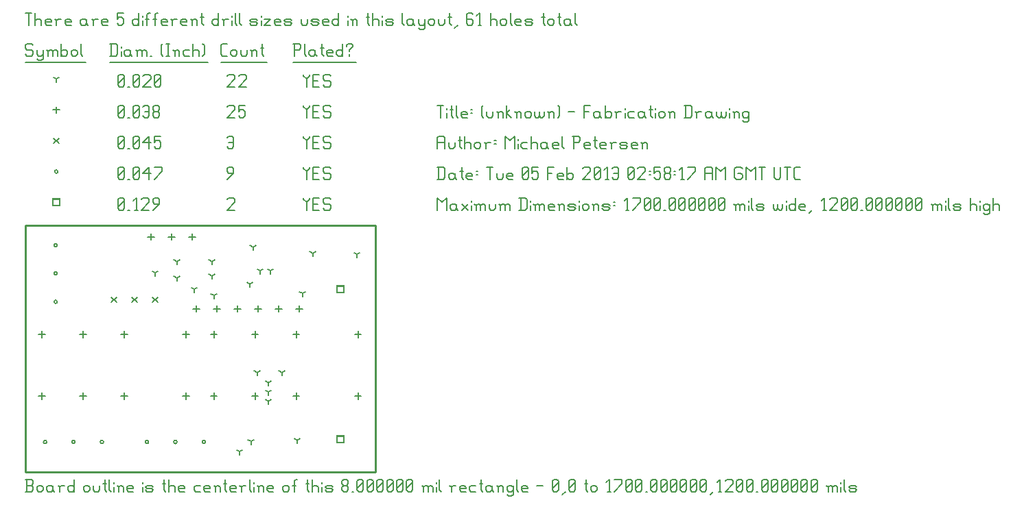
<source format=gbr>
G04 start of page 11 for group -3984 idx -3984 *
G04 Title: (unknown), fab *
G04 Creator: pcb 20110918 *
G04 CreationDate: Tue 05 Feb 2013 02:58:17 AM GMT UTC *
G04 For: railfan *
G04 Format: Gerber/RS-274X *
G04 PCB-Dimensions: 170000 120000 *
G04 PCB-Coordinate-Origin: lower left *
%MOIN*%
%FSLAX25Y25*%
%LNFAB*%
%ADD75C,0.0100*%
%ADD74C,0.0060*%
%ADD73R,0.0080X0.0080*%
G54D73*X151400Y17600D02*X154600D01*
X151400D02*Y14400D01*
X154600D01*
Y17600D02*Y14400D01*
X151400Y90600D02*X154600D01*
X151400D02*Y87400D01*
X154600D01*
Y90600D02*Y87400D01*
X13400Y132850D02*X16600D01*
X13400D02*Y129650D01*
X16600D01*
Y132850D02*Y129650D01*
G54D74*X135000Y133500D02*Y132750D01*
X136500Y131250D01*
X138000Y132750D01*
Y133500D02*Y132750D01*
X136500Y131250D02*Y127500D01*
X139800Y130500D02*X142050D01*
X139800Y127500D02*X142800D01*
X139800Y133500D02*Y127500D01*
Y133500D02*X142800D01*
X147600D02*X148350Y132750D01*
X145350Y133500D02*X147600D01*
X144600Y132750D02*X145350Y133500D01*
X144600Y132750D02*Y131250D01*
X145350Y130500D01*
X147600D01*
X148350Y129750D01*
Y128250D01*
X147600Y127500D02*X148350Y128250D01*
X145350Y127500D02*X147600D01*
X144600Y128250D02*X145350Y127500D01*
X98000Y132750D02*X98750Y133500D01*
X101000D01*
X101750Y132750D01*
Y131250D01*
X98000Y127500D02*X101750Y131250D01*
X98000Y127500D02*X101750D01*
X45000Y128250D02*X45750Y127500D01*
X45000Y132750D02*Y128250D01*
Y132750D02*X45750Y133500D01*
X47250D01*
X48000Y132750D01*
Y128250D01*
X47250Y127500D02*X48000Y128250D01*
X45750Y127500D02*X47250D01*
X45000Y129000D02*X48000Y132000D01*
X49800Y127500D02*X50550D01*
X53100D02*X54600D01*
X53850Y133500D02*Y127500D01*
X52350Y132000D02*X53850Y133500D01*
X56400Y132750D02*X57150Y133500D01*
X59400D01*
X60150Y132750D01*
Y131250D01*
X56400Y127500D02*X60150Y131250D01*
X56400Y127500D02*X60150D01*
X61950D02*X64950Y130500D01*
Y132750D02*Y130500D01*
X64200Y133500D02*X64950Y132750D01*
X62700Y133500D02*X64200D01*
X61950Y132750D02*X62700Y133500D01*
X61950Y132750D02*Y131250D01*
X62700Y130500D01*
X64950D01*
X58255Y14673D02*G75*G03X59855Y14673I800J0D01*G01*
G75*G03X58255Y14673I-800J0D01*G01*
X72035D02*G75*G03X73635Y14673I800J0D01*G01*
G75*G03X72035Y14673I-800J0D01*G01*
X85814D02*G75*G03X87414Y14673I800J0D01*G01*
G75*G03X85814Y14673I-800J0D01*G01*
X13873Y110445D02*G75*G03X15473Y110445I800J0D01*G01*
G75*G03X13873Y110445I-800J0D01*G01*
Y96665D02*G75*G03X15473Y96665I800J0D01*G01*
G75*G03X13873Y96665I-800J0D01*G01*
Y82886D02*G75*G03X15473Y82886I800J0D01*G01*
G75*G03X13873Y82886I-800J0D01*G01*
X8755Y14673D02*G75*G03X10355Y14673I800J0D01*G01*
G75*G03X8755Y14673I-800J0D01*G01*
X22535D02*G75*G03X24135Y14673I800J0D01*G01*
G75*G03X22535Y14673I-800J0D01*G01*
X36314D02*G75*G03X37914Y14673I800J0D01*G01*
G75*G03X36314Y14673I-800J0D01*G01*
X14200Y146250D02*G75*G03X15800Y146250I800J0D01*G01*
G75*G03X14200Y146250I-800J0D01*G01*
X135000Y148500D02*Y147750D01*
X136500Y146250D01*
X138000Y147750D01*
Y148500D02*Y147750D01*
X136500Y146250D02*Y142500D01*
X139800Y145500D02*X142050D01*
X139800Y142500D02*X142800D01*
X139800Y148500D02*Y142500D01*
Y148500D02*X142800D01*
X147600D02*X148350Y147750D01*
X145350Y148500D02*X147600D01*
X144600Y147750D02*X145350Y148500D01*
X144600Y147750D02*Y146250D01*
X145350Y145500D01*
X147600D01*
X148350Y144750D01*
Y143250D01*
X147600Y142500D02*X148350Y143250D01*
X145350Y142500D02*X147600D01*
X144600Y143250D02*X145350Y142500D01*
X98000D02*X101000Y145500D01*
Y147750D02*Y145500D01*
X100250Y148500D02*X101000Y147750D01*
X98750Y148500D02*X100250D01*
X98000Y147750D02*X98750Y148500D01*
X98000Y147750D02*Y146250D01*
X98750Y145500D01*
X101000D01*
X45000Y143250D02*X45750Y142500D01*
X45000Y147750D02*Y143250D01*
Y147750D02*X45750Y148500D01*
X47250D01*
X48000Y147750D01*
Y143250D01*
X47250Y142500D02*X48000Y143250D01*
X45750Y142500D02*X47250D01*
X45000Y144000D02*X48000Y147000D01*
X49800Y142500D02*X50550D01*
X52350Y143250D02*X53100Y142500D01*
X52350Y147750D02*Y143250D01*
Y147750D02*X53100Y148500D01*
X54600D01*
X55350Y147750D01*
Y143250D01*
X54600Y142500D02*X55350Y143250D01*
X53100Y142500D02*X54600D01*
X52350Y144000D02*X55350Y147000D01*
X57150Y145500D02*X60150Y148500D01*
X57150Y145500D02*X60900D01*
X60150Y148500D02*Y142500D01*
X62700D02*X66450Y146250D01*
Y148500D02*Y146250D01*
X62700Y148500D02*X66450D01*
X61800Y85200D02*X64200Y82800D01*
X61800D02*X64200Y85200D01*
X51800D02*X54200Y82800D01*
X51800D02*X54200Y85200D01*
X41800D02*X44200Y82800D01*
X41800D02*X44200Y85200D01*
X13800Y162450D02*X16200Y160050D01*
X13800D02*X16200Y162450D01*
X135000Y163500D02*Y162750D01*
X136500Y161250D01*
X138000Y162750D01*
Y163500D02*Y162750D01*
X136500Y161250D02*Y157500D01*
X139800Y160500D02*X142050D01*
X139800Y157500D02*X142800D01*
X139800Y163500D02*Y157500D01*
Y163500D02*X142800D01*
X147600D02*X148350Y162750D01*
X145350Y163500D02*X147600D01*
X144600Y162750D02*X145350Y163500D01*
X144600Y162750D02*Y161250D01*
X145350Y160500D01*
X147600D01*
X148350Y159750D01*
Y158250D01*
X147600Y157500D02*X148350Y158250D01*
X145350Y157500D02*X147600D01*
X144600Y158250D02*X145350Y157500D01*
X98000Y162750D02*X98750Y163500D01*
X100250D01*
X101000Y162750D01*
Y158250D01*
X100250Y157500D02*X101000Y158250D01*
X98750Y157500D02*X100250D01*
X98000Y158250D02*X98750Y157500D01*
Y160500D02*X101000D01*
X45000Y158250D02*X45750Y157500D01*
X45000Y162750D02*Y158250D01*
Y162750D02*X45750Y163500D01*
X47250D01*
X48000Y162750D01*
Y158250D01*
X47250Y157500D02*X48000Y158250D01*
X45750Y157500D02*X47250D01*
X45000Y159000D02*X48000Y162000D01*
X49800Y157500D02*X50550D01*
X52350Y158250D02*X53100Y157500D01*
X52350Y162750D02*Y158250D01*
Y162750D02*X53100Y163500D01*
X54600D01*
X55350Y162750D01*
Y158250D01*
X54600Y157500D02*X55350Y158250D01*
X53100Y157500D02*X54600D01*
X52350Y159000D02*X55350Y162000D01*
X57150Y160500D02*X60150Y163500D01*
X57150Y160500D02*X60900D01*
X60150Y163500D02*Y157500D01*
X62700Y163500D02*X65700D01*
X62700D02*Y160500D01*
X63450Y161250D01*
X64950D01*
X65700Y160500D01*
Y158250D01*
X64950Y157500D02*X65700Y158250D01*
X63450Y157500D02*X64950D01*
X62700Y158250D02*X63450Y157500D01*
X61000Y116100D02*Y112900D01*
X59400Y114500D02*X62600D01*
X71000Y116100D02*Y112900D01*
X69400Y114500D02*X72600D01*
X81000Y116100D02*Y112900D01*
X79400Y114500D02*X82600D01*
X133000Y81100D02*Y77900D01*
X131400Y79500D02*X134600D01*
X123000Y81100D02*Y77900D01*
X121400Y79500D02*X124600D01*
X113000Y81100D02*Y77900D01*
X111400Y79500D02*X114600D01*
X103000Y81100D02*Y77900D01*
X101400Y79500D02*X104600D01*
X93000Y81100D02*Y77900D01*
X91400Y79500D02*X94600D01*
X83000Y81100D02*Y77900D01*
X81400Y79500D02*X84600D01*
X161500Y68600D02*Y65400D01*
X159900Y67000D02*X163100D01*
X131500Y68600D02*Y65400D01*
X129900Y67000D02*X133100D01*
X111500Y68600D02*Y65400D01*
X109900Y67000D02*X113100D01*
X91500Y68600D02*Y65400D01*
X89900Y67000D02*X93100D01*
X91500Y38600D02*Y35400D01*
X89900Y37000D02*X93100D01*
X111500Y38600D02*Y35400D01*
X109900Y37000D02*X113100D01*
X131500Y38600D02*Y35400D01*
X129900Y37000D02*X133100D01*
X161500Y38600D02*Y35400D01*
X159900Y37000D02*X163100D01*
X78000Y68600D02*Y65400D01*
X76400Y67000D02*X79600D01*
X48000Y68600D02*Y65400D01*
X46400Y67000D02*X49600D01*
X28000Y68600D02*Y65400D01*
X26400Y67000D02*X29600D01*
X8000Y68600D02*Y65400D01*
X6400Y67000D02*X9600D01*
X8000Y38600D02*Y35400D01*
X6400Y37000D02*X9600D01*
X28000Y38600D02*Y35400D01*
X26400Y37000D02*X29600D01*
X48000Y38600D02*Y35400D01*
X46400Y37000D02*X49600D01*
X78000Y38600D02*Y35400D01*
X76400Y37000D02*X79600D01*
X15000Y177850D02*Y174650D01*
X13400Y176250D02*X16600D01*
X135000Y178500D02*Y177750D01*
X136500Y176250D01*
X138000Y177750D01*
Y178500D02*Y177750D01*
X136500Y176250D02*Y172500D01*
X139800Y175500D02*X142050D01*
X139800Y172500D02*X142800D01*
X139800Y178500D02*Y172500D01*
Y178500D02*X142800D01*
X147600D02*X148350Y177750D01*
X145350Y178500D02*X147600D01*
X144600Y177750D02*X145350Y178500D01*
X144600Y177750D02*Y176250D01*
X145350Y175500D01*
X147600D01*
X148350Y174750D01*
Y173250D01*
X147600Y172500D02*X148350Y173250D01*
X145350Y172500D02*X147600D01*
X144600Y173250D02*X145350Y172500D01*
X98000Y177750D02*X98750Y178500D01*
X101000D01*
X101750Y177750D01*
Y176250D01*
X98000Y172500D02*X101750Y176250D01*
X98000Y172500D02*X101750D01*
X103550Y178500D02*X106550D01*
X103550D02*Y175500D01*
X104300Y176250D01*
X105800D01*
X106550Y175500D01*
Y173250D01*
X105800Y172500D02*X106550Y173250D01*
X104300Y172500D02*X105800D01*
X103550Y173250D02*X104300Y172500D01*
X45000Y173250D02*X45750Y172500D01*
X45000Y177750D02*Y173250D01*
Y177750D02*X45750Y178500D01*
X47250D01*
X48000Y177750D01*
Y173250D01*
X47250Y172500D02*X48000Y173250D01*
X45750Y172500D02*X47250D01*
X45000Y174000D02*X48000Y177000D01*
X49800Y172500D02*X50550D01*
X52350Y173250D02*X53100Y172500D01*
X52350Y177750D02*Y173250D01*
Y177750D02*X53100Y178500D01*
X54600D01*
X55350Y177750D01*
Y173250D01*
X54600Y172500D02*X55350Y173250D01*
X53100Y172500D02*X54600D01*
X52350Y174000D02*X55350Y177000D01*
X57150Y177750D02*X57900Y178500D01*
X59400D01*
X60150Y177750D01*
Y173250D01*
X59400Y172500D02*X60150Y173250D01*
X57900Y172500D02*X59400D01*
X57150Y173250D02*X57900Y172500D01*
Y175500D02*X60150D01*
X61950Y173250D02*X62700Y172500D01*
X61950Y174750D02*Y173250D01*
Y174750D02*X62700Y175500D01*
X64200D01*
X64950Y174750D01*
Y173250D01*
X64200Y172500D02*X64950Y173250D01*
X62700Y172500D02*X64200D01*
X61950Y176250D02*X62700Y175500D01*
X61950Y177750D02*Y176250D01*
Y177750D02*X62700Y178500D01*
X64200D01*
X64950Y177750D01*
Y176250D01*
X64200Y175500D02*X64950Y176250D01*
X109000Y91500D02*Y89900D01*
Y91500D02*X110387Y92300D01*
X109000Y91500D02*X107613Y92300D01*
X73500Y94500D02*Y92900D01*
Y94500D02*X74887Y95300D01*
X73500Y94500D02*X72113Y95300D01*
X73500Y102500D02*Y100900D01*
Y102500D02*X74887Y103300D01*
X73500Y102500D02*X72113Y103300D01*
X90500Y95500D02*Y93900D01*
Y95500D02*X91887Y96300D01*
X90500Y95500D02*X89113Y96300D01*
X139500Y106500D02*Y104900D01*
Y106500D02*X140887Y107300D01*
X139500Y106500D02*X138113Y107300D01*
X110500Y109500D02*Y107900D01*
Y109500D02*X111887Y110300D01*
X110500Y109500D02*X109113Y110300D01*
X90500Y102500D02*Y100900D01*
Y102500D02*X91887Y103300D01*
X90500Y102500D02*X89113Y103300D01*
X119000Y98000D02*Y96400D01*
Y98000D02*X120387Y98800D01*
X119000Y98000D02*X117613Y98800D01*
X161000Y106000D02*Y104400D01*
Y106000D02*X162387Y106800D01*
X161000Y106000D02*X159613Y106800D01*
X114000Y98000D02*Y96400D01*
Y98000D02*X115387Y98800D01*
X114000Y98000D02*X112613Y98800D01*
X82000Y89000D02*Y87400D01*
Y89000D02*X83387Y89800D01*
X82000Y89000D02*X80613Y89800D01*
X134500Y87000D02*Y85400D01*
Y87000D02*X135887Y87800D01*
X134500Y87000D02*X133113Y87800D01*
X91500Y86000D02*Y84400D01*
Y86000D02*X92887Y86800D01*
X91500Y86000D02*X90113Y86800D01*
X63000Y97000D02*Y95400D01*
Y97000D02*X64387Y97800D01*
X63000Y97000D02*X61613Y97800D01*
X124500Y48500D02*Y46900D01*
Y48500D02*X125887Y49300D01*
X124500Y48500D02*X123113Y49300D01*
X104000Y10000D02*Y8400D01*
Y10000D02*X105387Y10800D01*
X104000Y10000D02*X102613Y10800D01*
X109500Y15000D02*Y13400D01*
Y15000D02*X110887Y15800D01*
X109500Y15000D02*X108113Y15800D01*
X132000Y15500D02*Y13900D01*
Y15500D02*X133387Y16300D01*
X132000Y15500D02*X130613Y16300D01*
X112500Y48500D02*Y46900D01*
Y48500D02*X113887Y49300D01*
X112500Y48500D02*X111113Y49300D01*
X118000Y34500D02*Y32900D01*
Y34500D02*X119387Y35300D01*
X118000Y34500D02*X116613Y35300D01*
X118000Y39000D02*Y37400D01*
Y39000D02*X119387Y39800D01*
X118000Y39000D02*X116613Y39800D01*
X118000Y43500D02*Y41900D01*
Y43500D02*X119387Y44300D01*
X118000Y43500D02*X116613Y44300D01*
X15000Y191250D02*Y189650D01*
Y191250D02*X16387Y192050D01*
X15000Y191250D02*X13613Y192050D01*
X135000Y193500D02*Y192750D01*
X136500Y191250D01*
X138000Y192750D01*
Y193500D02*Y192750D01*
X136500Y191250D02*Y187500D01*
X139800Y190500D02*X142050D01*
X139800Y187500D02*X142800D01*
X139800Y193500D02*Y187500D01*
Y193500D02*X142800D01*
X147600D02*X148350Y192750D01*
X145350Y193500D02*X147600D01*
X144600Y192750D02*X145350Y193500D01*
X144600Y192750D02*Y191250D01*
X145350Y190500D01*
X147600D01*
X148350Y189750D01*
Y188250D01*
X147600Y187500D02*X148350Y188250D01*
X145350Y187500D02*X147600D01*
X144600Y188250D02*X145350Y187500D01*
X98000Y192750D02*X98750Y193500D01*
X101000D01*
X101750Y192750D01*
Y191250D01*
X98000Y187500D02*X101750Y191250D01*
X98000Y187500D02*X101750D01*
X103550Y192750D02*X104300Y193500D01*
X106550D01*
X107300Y192750D01*
Y191250D01*
X103550Y187500D02*X107300Y191250D01*
X103550Y187500D02*X107300D01*
X45000Y188250D02*X45750Y187500D01*
X45000Y192750D02*Y188250D01*
Y192750D02*X45750Y193500D01*
X47250D01*
X48000Y192750D01*
Y188250D01*
X47250Y187500D02*X48000Y188250D01*
X45750Y187500D02*X47250D01*
X45000Y189000D02*X48000Y192000D01*
X49800Y187500D02*X50550D01*
X52350Y188250D02*X53100Y187500D01*
X52350Y192750D02*Y188250D01*
Y192750D02*X53100Y193500D01*
X54600D01*
X55350Y192750D01*
Y188250D01*
X54600Y187500D02*X55350Y188250D01*
X53100Y187500D02*X54600D01*
X52350Y189000D02*X55350Y192000D01*
X57150Y192750D02*X57900Y193500D01*
X60150D01*
X60900Y192750D01*
Y191250D01*
X57150Y187500D02*X60900Y191250D01*
X57150Y187500D02*X60900D01*
X62700Y188250D02*X63450Y187500D01*
X62700Y192750D02*Y188250D01*
Y192750D02*X63450Y193500D01*
X64950D01*
X65700Y192750D01*
Y188250D01*
X64950Y187500D02*X65700Y188250D01*
X63450Y187500D02*X64950D01*
X62700Y189000D02*X65700Y192000D01*
X3000Y208500D02*X3750Y207750D01*
X750Y208500D02*X3000D01*
X0Y207750D02*X750Y208500D01*
X0Y207750D02*Y206250D01*
X750Y205500D01*
X3000D01*
X3750Y204750D01*
Y203250D01*
X3000Y202500D02*X3750Y203250D01*
X750Y202500D02*X3000D01*
X0Y203250D02*X750Y202500D01*
X5550Y205500D02*Y203250D01*
X6300Y202500D01*
X8550Y205500D02*Y201000D01*
X7800Y200250D02*X8550Y201000D01*
X6300Y200250D02*X7800D01*
X5550Y201000D02*X6300Y200250D01*
Y202500D02*X7800D01*
X8550Y203250D01*
X11100Y204750D02*Y202500D01*
Y204750D02*X11850Y205500D01*
X12600D01*
X13350Y204750D01*
Y202500D01*
Y204750D02*X14100Y205500D01*
X14850D01*
X15600Y204750D01*
Y202500D01*
X10350Y205500D02*X11100Y204750D01*
X17400Y208500D02*Y202500D01*
Y203250D02*X18150Y202500D01*
X19650D01*
X20400Y203250D01*
Y204750D02*Y203250D01*
X19650Y205500D02*X20400Y204750D01*
X18150Y205500D02*X19650D01*
X17400Y204750D02*X18150Y205500D01*
X22200Y204750D02*Y203250D01*
Y204750D02*X22950Y205500D01*
X24450D01*
X25200Y204750D01*
Y203250D01*
X24450Y202500D02*X25200Y203250D01*
X22950Y202500D02*X24450D01*
X22200Y203250D02*X22950Y202500D01*
X27000Y208500D02*Y203250D01*
X27750Y202500D01*
X0Y199250D02*X29250D01*
X41750Y208500D02*Y202500D01*
X44000Y208500D02*X44750Y207750D01*
Y203250D01*
X44000Y202500D02*X44750Y203250D01*
X41000Y202500D02*X44000D01*
X41000Y208500D02*X44000D01*
X46550Y207000D02*Y206250D01*
Y204750D02*Y202500D01*
X50300Y205500D02*X51050Y204750D01*
X48800Y205500D02*X50300D01*
X48050Y204750D02*X48800Y205500D01*
X48050Y204750D02*Y203250D01*
X48800Y202500D01*
X51050Y205500D02*Y203250D01*
X51800Y202500D01*
X48800D02*X50300D01*
X51050Y203250D01*
X54350Y204750D02*Y202500D01*
Y204750D02*X55100Y205500D01*
X55850D01*
X56600Y204750D01*
Y202500D01*
Y204750D02*X57350Y205500D01*
X58100D01*
X58850Y204750D01*
Y202500D01*
X53600Y205500D02*X54350Y204750D01*
X60650Y202500D02*X61400D01*
X65900Y203250D02*X66650Y202500D01*
X65900Y207750D02*X66650Y208500D01*
X65900Y207750D02*Y203250D01*
X68450Y208500D02*X69950D01*
X69200D02*Y202500D01*
X68450D02*X69950D01*
X72500Y204750D02*Y202500D01*
Y204750D02*X73250Y205500D01*
X74000D01*
X74750Y204750D01*
Y202500D01*
X71750Y205500D02*X72500Y204750D01*
X77300Y205500D02*X79550D01*
X76550Y204750D02*X77300Y205500D01*
X76550Y204750D02*Y203250D01*
X77300Y202500D01*
X79550D01*
X81350Y208500D02*Y202500D01*
Y204750D02*X82100Y205500D01*
X83600D01*
X84350Y204750D01*
Y202500D01*
X86150Y208500D02*X86900Y207750D01*
Y203250D01*
X86150Y202500D02*X86900Y203250D01*
X41000Y199250D02*X88700D01*
X95750Y202500D02*X98000D01*
X95000Y203250D02*X95750Y202500D01*
X95000Y207750D02*Y203250D01*
Y207750D02*X95750Y208500D01*
X98000D01*
X99800Y204750D02*Y203250D01*
Y204750D02*X100550Y205500D01*
X102050D01*
X102800Y204750D01*
Y203250D01*
X102050Y202500D02*X102800Y203250D01*
X100550Y202500D02*X102050D01*
X99800Y203250D02*X100550Y202500D01*
X104600Y205500D02*Y203250D01*
X105350Y202500D01*
X106850D01*
X107600Y203250D01*
Y205500D02*Y203250D01*
X110150Y204750D02*Y202500D01*
Y204750D02*X110900Y205500D01*
X111650D01*
X112400Y204750D01*
Y202500D01*
X109400Y205500D02*X110150Y204750D01*
X114950Y208500D02*Y203250D01*
X115700Y202500D01*
X114200Y206250D02*X115700D01*
X95000Y199250D02*X117200D01*
X130750Y208500D02*Y202500D01*
X130000Y208500D02*X133000D01*
X133750Y207750D01*
Y206250D01*
X133000Y205500D02*X133750Y206250D01*
X130750Y205500D02*X133000D01*
X135550Y208500D02*Y203250D01*
X136300Y202500D01*
X140050Y205500D02*X140800Y204750D01*
X138550Y205500D02*X140050D01*
X137800Y204750D02*X138550Y205500D01*
X137800Y204750D02*Y203250D01*
X138550Y202500D01*
X140800Y205500D02*Y203250D01*
X141550Y202500D01*
X138550D02*X140050D01*
X140800Y203250D01*
X144100Y208500D02*Y203250D01*
X144850Y202500D01*
X143350Y206250D02*X144850D01*
X147100Y202500D02*X149350D01*
X146350Y203250D02*X147100Y202500D01*
X146350Y204750D02*Y203250D01*
Y204750D02*X147100Y205500D01*
X148600D01*
X149350Y204750D01*
X146350Y204000D02*X149350D01*
Y204750D02*Y204000D01*
X154150Y208500D02*Y202500D01*
X153400D02*X154150Y203250D01*
X151900Y202500D02*X153400D01*
X151150Y203250D02*X151900Y202500D01*
X151150Y204750D02*Y203250D01*
Y204750D02*X151900Y205500D01*
X153400D01*
X154150Y204750D01*
X157450Y205500D02*Y204750D01*
Y203250D02*Y202500D01*
X155950Y207750D02*Y207000D01*
Y207750D02*X156700Y208500D01*
X158200D01*
X158950Y207750D01*
Y207000D01*
X157450Y205500D02*X158950Y207000D01*
X130000Y199250D02*X160750D01*
X0Y223500D02*X3000D01*
X1500D02*Y217500D01*
X4800Y223500D02*Y217500D01*
Y219750D02*X5550Y220500D01*
X7050D01*
X7800Y219750D01*
Y217500D01*
X10350D02*X12600D01*
X9600Y218250D02*X10350Y217500D01*
X9600Y219750D02*Y218250D01*
Y219750D02*X10350Y220500D01*
X11850D01*
X12600Y219750D01*
X9600Y219000D02*X12600D01*
Y219750D02*Y219000D01*
X15150Y219750D02*Y217500D01*
Y219750D02*X15900Y220500D01*
X17400D01*
X14400D02*X15150Y219750D01*
X19950Y217500D02*X22200D01*
X19200Y218250D02*X19950Y217500D01*
X19200Y219750D02*Y218250D01*
Y219750D02*X19950Y220500D01*
X21450D01*
X22200Y219750D01*
X19200Y219000D02*X22200D01*
Y219750D02*Y219000D01*
X28950Y220500D02*X29700Y219750D01*
X27450Y220500D02*X28950D01*
X26700Y219750D02*X27450Y220500D01*
X26700Y219750D02*Y218250D01*
X27450Y217500D01*
X29700Y220500D02*Y218250D01*
X30450Y217500D01*
X27450D02*X28950D01*
X29700Y218250D01*
X33000Y219750D02*Y217500D01*
Y219750D02*X33750Y220500D01*
X35250D01*
X32250D02*X33000Y219750D01*
X37800Y217500D02*X40050D01*
X37050Y218250D02*X37800Y217500D01*
X37050Y219750D02*Y218250D01*
Y219750D02*X37800Y220500D01*
X39300D01*
X40050Y219750D01*
X37050Y219000D02*X40050D01*
Y219750D02*Y219000D01*
X44550Y223500D02*X47550D01*
X44550D02*Y220500D01*
X45300Y221250D01*
X46800D01*
X47550Y220500D01*
Y218250D01*
X46800Y217500D02*X47550Y218250D01*
X45300Y217500D02*X46800D01*
X44550Y218250D02*X45300Y217500D01*
X55050Y223500D02*Y217500D01*
X54300D02*X55050Y218250D01*
X52800Y217500D02*X54300D01*
X52050Y218250D02*X52800Y217500D01*
X52050Y219750D02*Y218250D01*
Y219750D02*X52800Y220500D01*
X54300D01*
X55050Y219750D01*
X56850Y222000D02*Y221250D01*
Y219750D02*Y217500D01*
X59100Y222750D02*Y217500D01*
Y222750D02*X59850Y223500D01*
X60600D01*
X58350Y220500D02*X59850D01*
X62850Y222750D02*Y217500D01*
Y222750D02*X63600Y223500D01*
X64350D01*
X62100Y220500D02*X63600D01*
X66600Y217500D02*X68850D01*
X65850Y218250D02*X66600Y217500D01*
X65850Y219750D02*Y218250D01*
Y219750D02*X66600Y220500D01*
X68100D01*
X68850Y219750D01*
X65850Y219000D02*X68850D01*
Y219750D02*Y219000D01*
X71400Y219750D02*Y217500D01*
Y219750D02*X72150Y220500D01*
X73650D01*
X70650D02*X71400Y219750D01*
X76200Y217500D02*X78450D01*
X75450Y218250D02*X76200Y217500D01*
X75450Y219750D02*Y218250D01*
Y219750D02*X76200Y220500D01*
X77700D01*
X78450Y219750D01*
X75450Y219000D02*X78450D01*
Y219750D02*Y219000D01*
X81000Y219750D02*Y217500D01*
Y219750D02*X81750Y220500D01*
X82500D01*
X83250Y219750D01*
Y217500D01*
X80250Y220500D02*X81000Y219750D01*
X85800Y223500D02*Y218250D01*
X86550Y217500D01*
X85050Y221250D02*X86550D01*
X93750Y223500D02*Y217500D01*
X93000D02*X93750Y218250D01*
X91500Y217500D02*X93000D01*
X90750Y218250D02*X91500Y217500D01*
X90750Y219750D02*Y218250D01*
Y219750D02*X91500Y220500D01*
X93000D01*
X93750Y219750D01*
X96300D02*Y217500D01*
Y219750D02*X97050Y220500D01*
X98550D01*
X95550D02*X96300Y219750D01*
X100350Y222000D02*Y221250D01*
Y219750D02*Y217500D01*
X101850Y223500D02*Y218250D01*
X102600Y217500D01*
X104100Y223500D02*Y218250D01*
X104850Y217500D01*
X109800D02*X112050D01*
X112800Y218250D01*
X112050Y219000D02*X112800Y218250D01*
X109800Y219000D02*X112050D01*
X109050Y219750D02*X109800Y219000D01*
X109050Y219750D02*X109800Y220500D01*
X112050D01*
X112800Y219750D01*
X109050Y218250D02*X109800Y217500D01*
X114600Y222000D02*Y221250D01*
Y219750D02*Y217500D01*
X116100Y220500D02*X119100D01*
X116100Y217500D02*X119100Y220500D01*
X116100Y217500D02*X119100D01*
X121650D02*X123900D01*
X120900Y218250D02*X121650Y217500D01*
X120900Y219750D02*Y218250D01*
Y219750D02*X121650Y220500D01*
X123150D01*
X123900Y219750D01*
X120900Y219000D02*X123900D01*
Y219750D02*Y219000D01*
X126450Y217500D02*X128700D01*
X129450Y218250D01*
X128700Y219000D02*X129450Y218250D01*
X126450Y219000D02*X128700D01*
X125700Y219750D02*X126450Y219000D01*
X125700Y219750D02*X126450Y220500D01*
X128700D01*
X129450Y219750D01*
X125700Y218250D02*X126450Y217500D01*
X133950Y220500D02*Y218250D01*
X134700Y217500D01*
X136200D01*
X136950Y218250D01*
Y220500D02*Y218250D01*
X139500Y217500D02*X141750D01*
X142500Y218250D01*
X141750Y219000D02*X142500Y218250D01*
X139500Y219000D02*X141750D01*
X138750Y219750D02*X139500Y219000D01*
X138750Y219750D02*X139500Y220500D01*
X141750D01*
X142500Y219750D01*
X138750Y218250D02*X139500Y217500D01*
X145050D02*X147300D01*
X144300Y218250D02*X145050Y217500D01*
X144300Y219750D02*Y218250D01*
Y219750D02*X145050Y220500D01*
X146550D01*
X147300Y219750D01*
X144300Y219000D02*X147300D01*
Y219750D02*Y219000D01*
X152100Y223500D02*Y217500D01*
X151350D02*X152100Y218250D01*
X149850Y217500D02*X151350D01*
X149100Y218250D02*X149850Y217500D01*
X149100Y219750D02*Y218250D01*
Y219750D02*X149850Y220500D01*
X151350D01*
X152100Y219750D01*
X156600Y222000D02*Y221250D01*
Y219750D02*Y217500D01*
X158850Y219750D02*Y217500D01*
Y219750D02*X159600Y220500D01*
X160350D01*
X161100Y219750D01*
Y217500D01*
X158100Y220500D02*X158850Y219750D01*
X166350Y223500D02*Y218250D01*
X167100Y217500D01*
X165600Y221250D02*X167100D01*
X168600Y223500D02*Y217500D01*
Y219750D02*X169350Y220500D01*
X170850D01*
X171600Y219750D01*
Y217500D01*
X173400Y222000D02*Y221250D01*
Y219750D02*Y217500D01*
X175650D02*X177900D01*
X178650Y218250D01*
X177900Y219000D02*X178650Y218250D01*
X175650Y219000D02*X177900D01*
X174900Y219750D02*X175650Y219000D01*
X174900Y219750D02*X175650Y220500D01*
X177900D01*
X178650Y219750D01*
X174900Y218250D02*X175650Y217500D01*
X183150Y223500D02*Y218250D01*
X183900Y217500D01*
X187650Y220500D02*X188400Y219750D01*
X186150Y220500D02*X187650D01*
X185400Y219750D02*X186150Y220500D01*
X185400Y219750D02*Y218250D01*
X186150Y217500D01*
X188400Y220500D02*Y218250D01*
X189150Y217500D01*
X186150D02*X187650D01*
X188400Y218250D01*
X190950Y220500D02*Y218250D01*
X191700Y217500D01*
X193950Y220500D02*Y216000D01*
X193200Y215250D02*X193950Y216000D01*
X191700Y215250D02*X193200D01*
X190950Y216000D02*X191700Y215250D01*
Y217500D02*X193200D01*
X193950Y218250D01*
X195750Y219750D02*Y218250D01*
Y219750D02*X196500Y220500D01*
X198000D01*
X198750Y219750D01*
Y218250D01*
X198000Y217500D02*X198750Y218250D01*
X196500Y217500D02*X198000D01*
X195750Y218250D02*X196500Y217500D01*
X200550Y220500D02*Y218250D01*
X201300Y217500D01*
X202800D01*
X203550Y218250D01*
Y220500D02*Y218250D01*
X206100Y223500D02*Y218250D01*
X206850Y217500D01*
X205350Y221250D02*X206850D01*
X208350Y216000D02*X209850Y217500D01*
X216600Y223500D02*X217350Y222750D01*
X215100Y223500D02*X216600D01*
X214350Y222750D02*X215100Y223500D01*
X214350Y222750D02*Y218250D01*
X215100Y217500D01*
X216600Y220500D02*X217350Y219750D01*
X214350Y220500D02*X216600D01*
X215100Y217500D02*X216600D01*
X217350Y218250D01*
Y219750D02*Y218250D01*
X219900Y217500D02*X221400D01*
X220650Y223500D02*Y217500D01*
X219150Y222000D02*X220650Y223500D01*
X225900D02*Y217500D01*
Y219750D02*X226650Y220500D01*
X228150D01*
X228900Y219750D01*
Y217500D01*
X230700Y219750D02*Y218250D01*
Y219750D02*X231450Y220500D01*
X232950D01*
X233700Y219750D01*
Y218250D01*
X232950Y217500D02*X233700Y218250D01*
X231450Y217500D02*X232950D01*
X230700Y218250D02*X231450Y217500D01*
X235500Y223500D02*Y218250D01*
X236250Y217500D01*
X238500D02*X240750D01*
X237750Y218250D02*X238500Y217500D01*
X237750Y219750D02*Y218250D01*
Y219750D02*X238500Y220500D01*
X240000D01*
X240750Y219750D01*
X237750Y219000D02*X240750D01*
Y219750D02*Y219000D01*
X243300Y217500D02*X245550D01*
X246300Y218250D01*
X245550Y219000D02*X246300Y218250D01*
X243300Y219000D02*X245550D01*
X242550Y219750D02*X243300Y219000D01*
X242550Y219750D02*X243300Y220500D01*
X245550D01*
X246300Y219750D01*
X242550Y218250D02*X243300Y217500D01*
X251550Y223500D02*Y218250D01*
X252300Y217500D01*
X250800Y221250D02*X252300D01*
X253800Y219750D02*Y218250D01*
Y219750D02*X254550Y220500D01*
X256050D01*
X256800Y219750D01*
Y218250D01*
X256050Y217500D02*X256800Y218250D01*
X254550Y217500D02*X256050D01*
X253800Y218250D02*X254550Y217500D01*
X259350Y223500D02*Y218250D01*
X260100Y217500D01*
X258600Y221250D02*X260100D01*
X263850Y220500D02*X264600Y219750D01*
X262350Y220500D02*X263850D01*
X261600Y219750D02*X262350Y220500D01*
X261600Y219750D02*Y218250D01*
X262350Y217500D01*
X264600Y220500D02*Y218250D01*
X265350Y217500D01*
X262350D02*X263850D01*
X264600Y218250D01*
X267150Y223500D02*Y218250D01*
X267900Y217500D01*
G54D75*X0Y120000D02*X170000D01*
X0D02*Y0D01*
X170000Y120000D02*Y0D01*
X0D02*X170000D01*
G54D74*X200000Y133500D02*Y127500D01*
Y133500D02*X202250Y131250D01*
X204500Y133500D01*
Y127500D01*
X208550Y130500D02*X209300Y129750D01*
X207050Y130500D02*X208550D01*
X206300Y129750D02*X207050Y130500D01*
X206300Y129750D02*Y128250D01*
X207050Y127500D01*
X209300Y130500D02*Y128250D01*
X210050Y127500D01*
X207050D02*X208550D01*
X209300Y128250D01*
X211850Y130500D02*X214850Y127500D01*
X211850D02*X214850Y130500D01*
X216650Y132000D02*Y131250D01*
Y129750D02*Y127500D01*
X218900Y129750D02*Y127500D01*
Y129750D02*X219650Y130500D01*
X220400D01*
X221150Y129750D01*
Y127500D01*
Y129750D02*X221900Y130500D01*
X222650D01*
X223400Y129750D01*
Y127500D01*
X218150Y130500D02*X218900Y129750D01*
X225200Y130500D02*Y128250D01*
X225950Y127500D01*
X227450D01*
X228200Y128250D01*
Y130500D02*Y128250D01*
X230750Y129750D02*Y127500D01*
Y129750D02*X231500Y130500D01*
X232250D01*
X233000Y129750D01*
Y127500D01*
Y129750D02*X233750Y130500D01*
X234500D01*
X235250Y129750D01*
Y127500D01*
X230000Y130500D02*X230750Y129750D01*
X240500Y133500D02*Y127500D01*
X242750Y133500D02*X243500Y132750D01*
Y128250D01*
X242750Y127500D02*X243500Y128250D01*
X239750Y127500D02*X242750D01*
X239750Y133500D02*X242750D01*
X245300Y132000D02*Y131250D01*
Y129750D02*Y127500D01*
X247550Y129750D02*Y127500D01*
Y129750D02*X248300Y130500D01*
X249050D01*
X249800Y129750D01*
Y127500D01*
Y129750D02*X250550Y130500D01*
X251300D01*
X252050Y129750D01*
Y127500D01*
X246800Y130500D02*X247550Y129750D01*
X254600Y127500D02*X256850D01*
X253850Y128250D02*X254600Y127500D01*
X253850Y129750D02*Y128250D01*
Y129750D02*X254600Y130500D01*
X256100D01*
X256850Y129750D01*
X253850Y129000D02*X256850D01*
Y129750D02*Y129000D01*
X259400Y129750D02*Y127500D01*
Y129750D02*X260150Y130500D01*
X260900D01*
X261650Y129750D01*
Y127500D01*
X258650Y130500D02*X259400Y129750D01*
X264200Y127500D02*X266450D01*
X267200Y128250D01*
X266450Y129000D02*X267200Y128250D01*
X264200Y129000D02*X266450D01*
X263450Y129750D02*X264200Y129000D01*
X263450Y129750D02*X264200Y130500D01*
X266450D01*
X267200Y129750D01*
X263450Y128250D02*X264200Y127500D01*
X269000Y132000D02*Y131250D01*
Y129750D02*Y127500D01*
X270500Y129750D02*Y128250D01*
Y129750D02*X271250Y130500D01*
X272750D01*
X273500Y129750D01*
Y128250D01*
X272750Y127500D02*X273500Y128250D01*
X271250Y127500D02*X272750D01*
X270500Y128250D02*X271250Y127500D01*
X276050Y129750D02*Y127500D01*
Y129750D02*X276800Y130500D01*
X277550D01*
X278300Y129750D01*
Y127500D01*
X275300Y130500D02*X276050Y129750D01*
X280850Y127500D02*X283100D01*
X283850Y128250D01*
X283100Y129000D02*X283850Y128250D01*
X280850Y129000D02*X283100D01*
X280100Y129750D02*X280850Y129000D01*
X280100Y129750D02*X280850Y130500D01*
X283100D01*
X283850Y129750D01*
X280100Y128250D02*X280850Y127500D01*
X285650Y131250D02*X286400D01*
X285650Y129750D02*X286400D01*
X291650Y127500D02*X293150D01*
X292400Y133500D02*Y127500D01*
X290900Y132000D02*X292400Y133500D01*
X294950Y127500D02*X298700Y131250D01*
Y133500D02*Y131250D01*
X294950Y133500D02*X298700D01*
X300500Y128250D02*X301250Y127500D01*
X300500Y132750D02*Y128250D01*
Y132750D02*X301250Y133500D01*
X302750D01*
X303500Y132750D01*
Y128250D01*
X302750Y127500D02*X303500Y128250D01*
X301250Y127500D02*X302750D01*
X300500Y129000D02*X303500Y132000D01*
X305300Y128250D02*X306050Y127500D01*
X305300Y132750D02*Y128250D01*
Y132750D02*X306050Y133500D01*
X307550D01*
X308300Y132750D01*
Y128250D01*
X307550Y127500D02*X308300Y128250D01*
X306050Y127500D02*X307550D01*
X305300Y129000D02*X308300Y132000D01*
X310100Y127500D02*X310850D01*
X312650Y128250D02*X313400Y127500D01*
X312650Y132750D02*Y128250D01*
Y132750D02*X313400Y133500D01*
X314900D01*
X315650Y132750D01*
Y128250D01*
X314900Y127500D02*X315650Y128250D01*
X313400Y127500D02*X314900D01*
X312650Y129000D02*X315650Y132000D01*
X317450Y128250D02*X318200Y127500D01*
X317450Y132750D02*Y128250D01*
Y132750D02*X318200Y133500D01*
X319700D01*
X320450Y132750D01*
Y128250D01*
X319700Y127500D02*X320450Y128250D01*
X318200Y127500D02*X319700D01*
X317450Y129000D02*X320450Y132000D01*
X322250Y128250D02*X323000Y127500D01*
X322250Y132750D02*Y128250D01*
Y132750D02*X323000Y133500D01*
X324500D01*
X325250Y132750D01*
Y128250D01*
X324500Y127500D02*X325250Y128250D01*
X323000Y127500D02*X324500D01*
X322250Y129000D02*X325250Y132000D01*
X327050Y128250D02*X327800Y127500D01*
X327050Y132750D02*Y128250D01*
Y132750D02*X327800Y133500D01*
X329300D01*
X330050Y132750D01*
Y128250D01*
X329300Y127500D02*X330050Y128250D01*
X327800Y127500D02*X329300D01*
X327050Y129000D02*X330050Y132000D01*
X331850Y128250D02*X332600Y127500D01*
X331850Y132750D02*Y128250D01*
Y132750D02*X332600Y133500D01*
X334100D01*
X334850Y132750D01*
Y128250D01*
X334100Y127500D02*X334850Y128250D01*
X332600Y127500D02*X334100D01*
X331850Y129000D02*X334850Y132000D01*
X336650Y128250D02*X337400Y127500D01*
X336650Y132750D02*Y128250D01*
Y132750D02*X337400Y133500D01*
X338900D01*
X339650Y132750D01*
Y128250D01*
X338900Y127500D02*X339650Y128250D01*
X337400Y127500D02*X338900D01*
X336650Y129000D02*X339650Y132000D01*
X344900Y129750D02*Y127500D01*
Y129750D02*X345650Y130500D01*
X346400D01*
X347150Y129750D01*
Y127500D01*
Y129750D02*X347900Y130500D01*
X348650D01*
X349400Y129750D01*
Y127500D01*
X344150Y130500D02*X344900Y129750D01*
X351200Y132000D02*Y131250D01*
Y129750D02*Y127500D01*
X352700Y133500D02*Y128250D01*
X353450Y127500D01*
X355700D02*X357950D01*
X358700Y128250D01*
X357950Y129000D02*X358700Y128250D01*
X355700Y129000D02*X357950D01*
X354950Y129750D02*X355700Y129000D01*
X354950Y129750D02*X355700Y130500D01*
X357950D01*
X358700Y129750D01*
X354950Y128250D02*X355700Y127500D01*
X363200Y130500D02*Y128250D01*
X363950Y127500D01*
X364700D01*
X365450Y128250D01*
Y130500D02*Y128250D01*
X366200Y127500D01*
X366950D01*
X367700Y128250D01*
Y130500D02*Y128250D01*
X369500Y132000D02*Y131250D01*
Y129750D02*Y127500D01*
X374000Y133500D02*Y127500D01*
X373250D02*X374000Y128250D01*
X371750Y127500D02*X373250D01*
X371000Y128250D02*X371750Y127500D01*
X371000Y129750D02*Y128250D01*
Y129750D02*X371750Y130500D01*
X373250D01*
X374000Y129750D01*
X376550Y127500D02*X378800D01*
X375800Y128250D02*X376550Y127500D01*
X375800Y129750D02*Y128250D01*
Y129750D02*X376550Y130500D01*
X378050D01*
X378800Y129750D01*
X375800Y129000D02*X378800D01*
Y129750D02*Y129000D01*
X380600Y126000D02*X382100Y127500D01*
X387350D02*X388850D01*
X388100Y133500D02*Y127500D01*
X386600Y132000D02*X388100Y133500D01*
X390650Y132750D02*X391400Y133500D01*
X393650D01*
X394400Y132750D01*
Y131250D01*
X390650Y127500D02*X394400Y131250D01*
X390650Y127500D02*X394400D01*
X396200Y128250D02*X396950Y127500D01*
X396200Y132750D02*Y128250D01*
Y132750D02*X396950Y133500D01*
X398450D01*
X399200Y132750D01*
Y128250D01*
X398450Y127500D02*X399200Y128250D01*
X396950Y127500D02*X398450D01*
X396200Y129000D02*X399200Y132000D01*
X401000Y128250D02*X401750Y127500D01*
X401000Y132750D02*Y128250D01*
Y132750D02*X401750Y133500D01*
X403250D01*
X404000Y132750D01*
Y128250D01*
X403250Y127500D02*X404000Y128250D01*
X401750Y127500D02*X403250D01*
X401000Y129000D02*X404000Y132000D01*
X405800Y127500D02*X406550D01*
X408350Y128250D02*X409100Y127500D01*
X408350Y132750D02*Y128250D01*
Y132750D02*X409100Y133500D01*
X410600D01*
X411350Y132750D01*
Y128250D01*
X410600Y127500D02*X411350Y128250D01*
X409100Y127500D02*X410600D01*
X408350Y129000D02*X411350Y132000D01*
X413150Y128250D02*X413900Y127500D01*
X413150Y132750D02*Y128250D01*
Y132750D02*X413900Y133500D01*
X415400D01*
X416150Y132750D01*
Y128250D01*
X415400Y127500D02*X416150Y128250D01*
X413900Y127500D02*X415400D01*
X413150Y129000D02*X416150Y132000D01*
X417950Y128250D02*X418700Y127500D01*
X417950Y132750D02*Y128250D01*
Y132750D02*X418700Y133500D01*
X420200D01*
X420950Y132750D01*
Y128250D01*
X420200Y127500D02*X420950Y128250D01*
X418700Y127500D02*X420200D01*
X417950Y129000D02*X420950Y132000D01*
X422750Y128250D02*X423500Y127500D01*
X422750Y132750D02*Y128250D01*
Y132750D02*X423500Y133500D01*
X425000D01*
X425750Y132750D01*
Y128250D01*
X425000Y127500D02*X425750Y128250D01*
X423500Y127500D02*X425000D01*
X422750Y129000D02*X425750Y132000D01*
X427550Y128250D02*X428300Y127500D01*
X427550Y132750D02*Y128250D01*
Y132750D02*X428300Y133500D01*
X429800D01*
X430550Y132750D01*
Y128250D01*
X429800Y127500D02*X430550Y128250D01*
X428300Y127500D02*X429800D01*
X427550Y129000D02*X430550Y132000D01*
X432350Y128250D02*X433100Y127500D01*
X432350Y132750D02*Y128250D01*
Y132750D02*X433100Y133500D01*
X434600D01*
X435350Y132750D01*
Y128250D01*
X434600Y127500D02*X435350Y128250D01*
X433100Y127500D02*X434600D01*
X432350Y129000D02*X435350Y132000D01*
X440600Y129750D02*Y127500D01*
Y129750D02*X441350Y130500D01*
X442100D01*
X442850Y129750D01*
Y127500D01*
Y129750D02*X443600Y130500D01*
X444350D01*
X445100Y129750D01*
Y127500D01*
X439850Y130500D02*X440600Y129750D01*
X446900Y132000D02*Y131250D01*
Y129750D02*Y127500D01*
X448400Y133500D02*Y128250D01*
X449150Y127500D01*
X451400D02*X453650D01*
X454400Y128250D01*
X453650Y129000D02*X454400Y128250D01*
X451400Y129000D02*X453650D01*
X450650Y129750D02*X451400Y129000D01*
X450650Y129750D02*X451400Y130500D01*
X453650D01*
X454400Y129750D01*
X450650Y128250D02*X451400Y127500D01*
X458900Y133500D02*Y127500D01*
Y129750D02*X459650Y130500D01*
X461150D01*
X461900Y129750D01*
Y127500D01*
X463700Y132000D02*Y131250D01*
Y129750D02*Y127500D01*
X467450Y130500D02*X468200Y129750D01*
X465950Y130500D02*X467450D01*
X465200Y129750D02*X465950Y130500D01*
X465200Y129750D02*Y128250D01*
X465950Y127500D01*
X467450D01*
X468200Y128250D01*
X465200Y126000D02*X465950Y125250D01*
X467450D01*
X468200Y126000D01*
Y130500D02*Y126000D01*
X470000Y133500D02*Y127500D01*
Y129750D02*X470750Y130500D01*
X472250D01*
X473000Y129750D01*
Y127500D01*
X0Y-9500D02*X3000D01*
X3750Y-8750D01*
Y-7250D02*Y-8750D01*
X3000Y-6500D02*X3750Y-7250D01*
X750Y-6500D02*X3000D01*
X750Y-3500D02*Y-9500D01*
X0Y-3500D02*X3000D01*
X3750Y-4250D01*
Y-5750D01*
X3000Y-6500D02*X3750Y-5750D01*
X5550Y-7250D02*Y-8750D01*
Y-7250D02*X6300Y-6500D01*
X7800D01*
X8550Y-7250D01*
Y-8750D01*
X7800Y-9500D02*X8550Y-8750D01*
X6300Y-9500D02*X7800D01*
X5550Y-8750D02*X6300Y-9500D01*
X12600Y-6500D02*X13350Y-7250D01*
X11100Y-6500D02*X12600D01*
X10350Y-7250D02*X11100Y-6500D01*
X10350Y-7250D02*Y-8750D01*
X11100Y-9500D01*
X13350Y-6500D02*Y-8750D01*
X14100Y-9500D01*
X11100D02*X12600D01*
X13350Y-8750D01*
X16650Y-7250D02*Y-9500D01*
Y-7250D02*X17400Y-6500D01*
X18900D01*
X15900D02*X16650Y-7250D01*
X23700Y-3500D02*Y-9500D01*
X22950D02*X23700Y-8750D01*
X21450Y-9500D02*X22950D01*
X20700Y-8750D02*X21450Y-9500D01*
X20700Y-7250D02*Y-8750D01*
Y-7250D02*X21450Y-6500D01*
X22950D01*
X23700Y-7250D01*
X28200D02*Y-8750D01*
Y-7250D02*X28950Y-6500D01*
X30450D01*
X31200Y-7250D01*
Y-8750D01*
X30450Y-9500D02*X31200Y-8750D01*
X28950Y-9500D02*X30450D01*
X28200Y-8750D02*X28950Y-9500D01*
X33000Y-6500D02*Y-8750D01*
X33750Y-9500D01*
X35250D01*
X36000Y-8750D01*
Y-6500D02*Y-8750D01*
X38550Y-3500D02*Y-8750D01*
X39300Y-9500D01*
X37800Y-5750D02*X39300D01*
X40800Y-3500D02*Y-8750D01*
X41550Y-9500D01*
X43050Y-5000D02*Y-5750D01*
Y-7250D02*Y-9500D01*
X45300Y-7250D02*Y-9500D01*
Y-7250D02*X46050Y-6500D01*
X46800D01*
X47550Y-7250D01*
Y-9500D01*
X44550Y-6500D02*X45300Y-7250D01*
X50100Y-9500D02*X52350D01*
X49350Y-8750D02*X50100Y-9500D01*
X49350Y-7250D02*Y-8750D01*
Y-7250D02*X50100Y-6500D01*
X51600D01*
X52350Y-7250D01*
X49350Y-8000D02*X52350D01*
Y-7250D02*Y-8000D01*
X56850Y-5000D02*Y-5750D01*
Y-7250D02*Y-9500D01*
X59100D02*X61350D01*
X62100Y-8750D01*
X61350Y-8000D02*X62100Y-8750D01*
X59100Y-8000D02*X61350D01*
X58350Y-7250D02*X59100Y-8000D01*
X58350Y-7250D02*X59100Y-6500D01*
X61350D01*
X62100Y-7250D01*
X58350Y-8750D02*X59100Y-9500D01*
X67350Y-3500D02*Y-8750D01*
X68100Y-9500D01*
X66600Y-5750D02*X68100D01*
X69600Y-3500D02*Y-9500D01*
Y-7250D02*X70350Y-6500D01*
X71850D01*
X72600Y-7250D01*
Y-9500D01*
X75150D02*X77400D01*
X74400Y-8750D02*X75150Y-9500D01*
X74400Y-7250D02*Y-8750D01*
Y-7250D02*X75150Y-6500D01*
X76650D01*
X77400Y-7250D01*
X74400Y-8000D02*X77400D01*
Y-7250D02*Y-8000D01*
X82650Y-6500D02*X84900D01*
X81900Y-7250D02*X82650Y-6500D01*
X81900Y-7250D02*Y-8750D01*
X82650Y-9500D01*
X84900D01*
X87450D02*X89700D01*
X86700Y-8750D02*X87450Y-9500D01*
X86700Y-7250D02*Y-8750D01*
Y-7250D02*X87450Y-6500D01*
X88950D01*
X89700Y-7250D01*
X86700Y-8000D02*X89700D01*
Y-7250D02*Y-8000D01*
X92250Y-7250D02*Y-9500D01*
Y-7250D02*X93000Y-6500D01*
X93750D01*
X94500Y-7250D01*
Y-9500D01*
X91500Y-6500D02*X92250Y-7250D01*
X97050Y-3500D02*Y-8750D01*
X97800Y-9500D01*
X96300Y-5750D02*X97800D01*
X100050Y-9500D02*X102300D01*
X99300Y-8750D02*X100050Y-9500D01*
X99300Y-7250D02*Y-8750D01*
Y-7250D02*X100050Y-6500D01*
X101550D01*
X102300Y-7250D01*
X99300Y-8000D02*X102300D01*
Y-7250D02*Y-8000D01*
X104850Y-7250D02*Y-9500D01*
Y-7250D02*X105600Y-6500D01*
X107100D01*
X104100D02*X104850Y-7250D01*
X108900Y-3500D02*Y-8750D01*
X109650Y-9500D01*
X111150Y-5000D02*Y-5750D01*
Y-7250D02*Y-9500D01*
X113400Y-7250D02*Y-9500D01*
Y-7250D02*X114150Y-6500D01*
X114900D01*
X115650Y-7250D01*
Y-9500D01*
X112650Y-6500D02*X113400Y-7250D01*
X118200Y-9500D02*X120450D01*
X117450Y-8750D02*X118200Y-9500D01*
X117450Y-7250D02*Y-8750D01*
Y-7250D02*X118200Y-6500D01*
X119700D01*
X120450Y-7250D01*
X117450Y-8000D02*X120450D01*
Y-7250D02*Y-8000D01*
X124950Y-7250D02*Y-8750D01*
Y-7250D02*X125700Y-6500D01*
X127200D01*
X127950Y-7250D01*
Y-8750D01*
X127200Y-9500D02*X127950Y-8750D01*
X125700Y-9500D02*X127200D01*
X124950Y-8750D02*X125700Y-9500D01*
X130500Y-4250D02*Y-9500D01*
Y-4250D02*X131250Y-3500D01*
X132000D01*
X129750Y-6500D02*X131250D01*
X136950Y-3500D02*Y-8750D01*
X137700Y-9500D01*
X136200Y-5750D02*X137700D01*
X139200Y-3500D02*Y-9500D01*
Y-7250D02*X139950Y-6500D01*
X141450D01*
X142200Y-7250D01*
Y-9500D01*
X144000Y-5000D02*Y-5750D01*
Y-7250D02*Y-9500D01*
X146250D02*X148500D01*
X149250Y-8750D01*
X148500Y-8000D02*X149250Y-8750D01*
X146250Y-8000D02*X148500D01*
X145500Y-7250D02*X146250Y-8000D01*
X145500Y-7250D02*X146250Y-6500D01*
X148500D01*
X149250Y-7250D01*
X145500Y-8750D02*X146250Y-9500D01*
X153750Y-8750D02*X154500Y-9500D01*
X153750Y-7250D02*Y-8750D01*
Y-7250D02*X154500Y-6500D01*
X156000D01*
X156750Y-7250D01*
Y-8750D01*
X156000Y-9500D02*X156750Y-8750D01*
X154500Y-9500D02*X156000D01*
X153750Y-5750D02*X154500Y-6500D01*
X153750Y-4250D02*Y-5750D01*
Y-4250D02*X154500Y-3500D01*
X156000D01*
X156750Y-4250D01*
Y-5750D01*
X156000Y-6500D02*X156750Y-5750D01*
X158550Y-9500D02*X159300D01*
X161100Y-8750D02*X161850Y-9500D01*
X161100Y-4250D02*Y-8750D01*
Y-4250D02*X161850Y-3500D01*
X163350D01*
X164100Y-4250D01*
Y-8750D01*
X163350Y-9500D02*X164100Y-8750D01*
X161850Y-9500D02*X163350D01*
X161100Y-8000D02*X164100Y-5000D01*
X165900Y-8750D02*X166650Y-9500D01*
X165900Y-4250D02*Y-8750D01*
Y-4250D02*X166650Y-3500D01*
X168150D01*
X168900Y-4250D01*
Y-8750D01*
X168150Y-9500D02*X168900Y-8750D01*
X166650Y-9500D02*X168150D01*
X165900Y-8000D02*X168900Y-5000D01*
X170700Y-8750D02*X171450Y-9500D01*
X170700Y-4250D02*Y-8750D01*
Y-4250D02*X171450Y-3500D01*
X172950D01*
X173700Y-4250D01*
Y-8750D01*
X172950Y-9500D02*X173700Y-8750D01*
X171450Y-9500D02*X172950D01*
X170700Y-8000D02*X173700Y-5000D01*
X175500Y-8750D02*X176250Y-9500D01*
X175500Y-4250D02*Y-8750D01*
Y-4250D02*X176250Y-3500D01*
X177750D01*
X178500Y-4250D01*
Y-8750D01*
X177750Y-9500D02*X178500Y-8750D01*
X176250Y-9500D02*X177750D01*
X175500Y-8000D02*X178500Y-5000D01*
X180300Y-8750D02*X181050Y-9500D01*
X180300Y-4250D02*Y-8750D01*
Y-4250D02*X181050Y-3500D01*
X182550D01*
X183300Y-4250D01*
Y-8750D01*
X182550Y-9500D02*X183300Y-8750D01*
X181050Y-9500D02*X182550D01*
X180300Y-8000D02*X183300Y-5000D01*
X185100Y-8750D02*X185850Y-9500D01*
X185100Y-4250D02*Y-8750D01*
Y-4250D02*X185850Y-3500D01*
X187350D01*
X188100Y-4250D01*
Y-8750D01*
X187350Y-9500D02*X188100Y-8750D01*
X185850Y-9500D02*X187350D01*
X185100Y-8000D02*X188100Y-5000D01*
X193350Y-7250D02*Y-9500D01*
Y-7250D02*X194100Y-6500D01*
X194850D01*
X195600Y-7250D01*
Y-9500D01*
Y-7250D02*X196350Y-6500D01*
X197100D01*
X197850Y-7250D01*
Y-9500D01*
X192600Y-6500D02*X193350Y-7250D01*
X199650Y-5000D02*Y-5750D01*
Y-7250D02*Y-9500D01*
X201150Y-3500D02*Y-8750D01*
X201900Y-9500D01*
X206850Y-7250D02*Y-9500D01*
Y-7250D02*X207600Y-6500D01*
X209100D01*
X206100D02*X206850Y-7250D01*
X211650Y-9500D02*X213900D01*
X210900Y-8750D02*X211650Y-9500D01*
X210900Y-7250D02*Y-8750D01*
Y-7250D02*X211650Y-6500D01*
X213150D01*
X213900Y-7250D01*
X210900Y-8000D02*X213900D01*
Y-7250D02*Y-8000D01*
X216450Y-6500D02*X218700D01*
X215700Y-7250D02*X216450Y-6500D01*
X215700Y-7250D02*Y-8750D01*
X216450Y-9500D01*
X218700D01*
X221250Y-3500D02*Y-8750D01*
X222000Y-9500D01*
X220500Y-5750D02*X222000D01*
X225750Y-6500D02*X226500Y-7250D01*
X224250Y-6500D02*X225750D01*
X223500Y-7250D02*X224250Y-6500D01*
X223500Y-7250D02*Y-8750D01*
X224250Y-9500D01*
X226500Y-6500D02*Y-8750D01*
X227250Y-9500D01*
X224250D02*X225750D01*
X226500Y-8750D01*
X229800Y-7250D02*Y-9500D01*
Y-7250D02*X230550Y-6500D01*
X231300D01*
X232050Y-7250D01*
Y-9500D01*
X229050Y-6500D02*X229800Y-7250D01*
X236100Y-6500D02*X236850Y-7250D01*
X234600Y-6500D02*X236100D01*
X233850Y-7250D02*X234600Y-6500D01*
X233850Y-7250D02*Y-8750D01*
X234600Y-9500D01*
X236100D01*
X236850Y-8750D01*
X233850Y-11000D02*X234600Y-11750D01*
X236100D01*
X236850Y-11000D01*
Y-6500D02*Y-11000D01*
X238650Y-3500D02*Y-8750D01*
X239400Y-9500D01*
X241650D02*X243900D01*
X240900Y-8750D02*X241650Y-9500D01*
X240900Y-7250D02*Y-8750D01*
Y-7250D02*X241650Y-6500D01*
X243150D01*
X243900Y-7250D01*
X240900Y-8000D02*X243900D01*
Y-7250D02*Y-8000D01*
X248400Y-6500D02*X251400D01*
X255900Y-8750D02*X256650Y-9500D01*
X255900Y-4250D02*Y-8750D01*
Y-4250D02*X256650Y-3500D01*
X258150D01*
X258900Y-4250D01*
Y-8750D01*
X258150Y-9500D02*X258900Y-8750D01*
X256650Y-9500D02*X258150D01*
X255900Y-8000D02*X258900Y-5000D01*
X260700Y-11000D02*X262200Y-9500D01*
X264000Y-8750D02*X264750Y-9500D01*
X264000Y-4250D02*Y-8750D01*
Y-4250D02*X264750Y-3500D01*
X266250D01*
X267000Y-4250D01*
Y-8750D01*
X266250Y-9500D02*X267000Y-8750D01*
X264750Y-9500D02*X266250D01*
X264000Y-8000D02*X267000Y-5000D01*
X272250Y-3500D02*Y-8750D01*
X273000Y-9500D01*
X271500Y-5750D02*X273000D01*
X274500Y-7250D02*Y-8750D01*
Y-7250D02*X275250Y-6500D01*
X276750D01*
X277500Y-7250D01*
Y-8750D01*
X276750Y-9500D02*X277500Y-8750D01*
X275250Y-9500D02*X276750D01*
X274500Y-8750D02*X275250Y-9500D01*
X282750D02*X284250D01*
X283500Y-3500D02*Y-9500D01*
X282000Y-5000D02*X283500Y-3500D01*
X286050Y-9500D02*X289800Y-5750D01*
Y-3500D02*Y-5750D01*
X286050Y-3500D02*X289800D01*
X291600Y-8750D02*X292350Y-9500D01*
X291600Y-4250D02*Y-8750D01*
Y-4250D02*X292350Y-3500D01*
X293850D01*
X294600Y-4250D01*
Y-8750D01*
X293850Y-9500D02*X294600Y-8750D01*
X292350Y-9500D02*X293850D01*
X291600Y-8000D02*X294600Y-5000D01*
X296400Y-8750D02*X297150Y-9500D01*
X296400Y-4250D02*Y-8750D01*
Y-4250D02*X297150Y-3500D01*
X298650D01*
X299400Y-4250D01*
Y-8750D01*
X298650Y-9500D02*X299400Y-8750D01*
X297150Y-9500D02*X298650D01*
X296400Y-8000D02*X299400Y-5000D01*
X301200Y-9500D02*X301950D01*
X303750Y-8750D02*X304500Y-9500D01*
X303750Y-4250D02*Y-8750D01*
Y-4250D02*X304500Y-3500D01*
X306000D01*
X306750Y-4250D01*
Y-8750D01*
X306000Y-9500D02*X306750Y-8750D01*
X304500Y-9500D02*X306000D01*
X303750Y-8000D02*X306750Y-5000D01*
X308550Y-8750D02*X309300Y-9500D01*
X308550Y-4250D02*Y-8750D01*
Y-4250D02*X309300Y-3500D01*
X310800D01*
X311550Y-4250D01*
Y-8750D01*
X310800Y-9500D02*X311550Y-8750D01*
X309300Y-9500D02*X310800D01*
X308550Y-8000D02*X311550Y-5000D01*
X313350Y-8750D02*X314100Y-9500D01*
X313350Y-4250D02*Y-8750D01*
Y-4250D02*X314100Y-3500D01*
X315600D01*
X316350Y-4250D01*
Y-8750D01*
X315600Y-9500D02*X316350Y-8750D01*
X314100Y-9500D02*X315600D01*
X313350Y-8000D02*X316350Y-5000D01*
X318150Y-8750D02*X318900Y-9500D01*
X318150Y-4250D02*Y-8750D01*
Y-4250D02*X318900Y-3500D01*
X320400D01*
X321150Y-4250D01*
Y-8750D01*
X320400Y-9500D02*X321150Y-8750D01*
X318900Y-9500D02*X320400D01*
X318150Y-8000D02*X321150Y-5000D01*
X322950Y-8750D02*X323700Y-9500D01*
X322950Y-4250D02*Y-8750D01*
Y-4250D02*X323700Y-3500D01*
X325200D01*
X325950Y-4250D01*
Y-8750D01*
X325200Y-9500D02*X325950Y-8750D01*
X323700Y-9500D02*X325200D01*
X322950Y-8000D02*X325950Y-5000D01*
X327750Y-8750D02*X328500Y-9500D01*
X327750Y-4250D02*Y-8750D01*
Y-4250D02*X328500Y-3500D01*
X330000D01*
X330750Y-4250D01*
Y-8750D01*
X330000Y-9500D02*X330750Y-8750D01*
X328500Y-9500D02*X330000D01*
X327750Y-8000D02*X330750Y-5000D01*
X332550Y-11000D02*X334050Y-9500D01*
X336600D02*X338100D01*
X337350Y-3500D02*Y-9500D01*
X335850Y-5000D02*X337350Y-3500D01*
X339900Y-4250D02*X340650Y-3500D01*
X342900D01*
X343650Y-4250D01*
Y-5750D01*
X339900Y-9500D02*X343650Y-5750D01*
X339900Y-9500D02*X343650D01*
X345450Y-8750D02*X346200Y-9500D01*
X345450Y-4250D02*Y-8750D01*
Y-4250D02*X346200Y-3500D01*
X347700D01*
X348450Y-4250D01*
Y-8750D01*
X347700Y-9500D02*X348450Y-8750D01*
X346200Y-9500D02*X347700D01*
X345450Y-8000D02*X348450Y-5000D01*
X350250Y-8750D02*X351000Y-9500D01*
X350250Y-4250D02*Y-8750D01*
Y-4250D02*X351000Y-3500D01*
X352500D01*
X353250Y-4250D01*
Y-8750D01*
X352500Y-9500D02*X353250Y-8750D01*
X351000Y-9500D02*X352500D01*
X350250Y-8000D02*X353250Y-5000D01*
X355050Y-9500D02*X355800D01*
X357600Y-8750D02*X358350Y-9500D01*
X357600Y-4250D02*Y-8750D01*
Y-4250D02*X358350Y-3500D01*
X359850D01*
X360600Y-4250D01*
Y-8750D01*
X359850Y-9500D02*X360600Y-8750D01*
X358350Y-9500D02*X359850D01*
X357600Y-8000D02*X360600Y-5000D01*
X362400Y-8750D02*X363150Y-9500D01*
X362400Y-4250D02*Y-8750D01*
Y-4250D02*X363150Y-3500D01*
X364650D01*
X365400Y-4250D01*
Y-8750D01*
X364650Y-9500D02*X365400Y-8750D01*
X363150Y-9500D02*X364650D01*
X362400Y-8000D02*X365400Y-5000D01*
X367200Y-8750D02*X367950Y-9500D01*
X367200Y-4250D02*Y-8750D01*
Y-4250D02*X367950Y-3500D01*
X369450D01*
X370200Y-4250D01*
Y-8750D01*
X369450Y-9500D02*X370200Y-8750D01*
X367950Y-9500D02*X369450D01*
X367200Y-8000D02*X370200Y-5000D01*
X372000Y-8750D02*X372750Y-9500D01*
X372000Y-4250D02*Y-8750D01*
Y-4250D02*X372750Y-3500D01*
X374250D01*
X375000Y-4250D01*
Y-8750D01*
X374250Y-9500D02*X375000Y-8750D01*
X372750Y-9500D02*X374250D01*
X372000Y-8000D02*X375000Y-5000D01*
X376800Y-8750D02*X377550Y-9500D01*
X376800Y-4250D02*Y-8750D01*
Y-4250D02*X377550Y-3500D01*
X379050D01*
X379800Y-4250D01*
Y-8750D01*
X379050Y-9500D02*X379800Y-8750D01*
X377550Y-9500D02*X379050D01*
X376800Y-8000D02*X379800Y-5000D01*
X381600Y-8750D02*X382350Y-9500D01*
X381600Y-4250D02*Y-8750D01*
Y-4250D02*X382350Y-3500D01*
X383850D01*
X384600Y-4250D01*
Y-8750D01*
X383850Y-9500D02*X384600Y-8750D01*
X382350Y-9500D02*X383850D01*
X381600Y-8000D02*X384600Y-5000D01*
X389850Y-7250D02*Y-9500D01*
Y-7250D02*X390600Y-6500D01*
X391350D01*
X392100Y-7250D01*
Y-9500D01*
Y-7250D02*X392850Y-6500D01*
X393600D01*
X394350Y-7250D01*
Y-9500D01*
X389100Y-6500D02*X389850Y-7250D01*
X396150Y-5000D02*Y-5750D01*
Y-7250D02*Y-9500D01*
X397650Y-3500D02*Y-8750D01*
X398400Y-9500D01*
X400650D02*X402900D01*
X403650Y-8750D01*
X402900Y-8000D02*X403650Y-8750D01*
X400650Y-8000D02*X402900D01*
X399900Y-7250D02*X400650Y-8000D01*
X399900Y-7250D02*X400650Y-6500D01*
X402900D01*
X403650Y-7250D01*
X399900Y-8750D02*X400650Y-9500D01*
X200750Y148500D02*Y142500D01*
X203000Y148500D02*X203750Y147750D01*
Y143250D01*
X203000Y142500D02*X203750Y143250D01*
X200000Y142500D02*X203000D01*
X200000Y148500D02*X203000D01*
X207800Y145500D02*X208550Y144750D01*
X206300Y145500D02*X207800D01*
X205550Y144750D02*X206300Y145500D01*
X205550Y144750D02*Y143250D01*
X206300Y142500D01*
X208550Y145500D02*Y143250D01*
X209300Y142500D01*
X206300D02*X207800D01*
X208550Y143250D01*
X211850Y148500D02*Y143250D01*
X212600Y142500D01*
X211100Y146250D02*X212600D01*
X214850Y142500D02*X217100D01*
X214100Y143250D02*X214850Y142500D01*
X214100Y144750D02*Y143250D01*
Y144750D02*X214850Y145500D01*
X216350D01*
X217100Y144750D01*
X214100Y144000D02*X217100D01*
Y144750D02*Y144000D01*
X218900Y146250D02*X219650D01*
X218900Y144750D02*X219650D01*
X224150Y148500D02*X227150D01*
X225650D02*Y142500D01*
X228950Y145500D02*Y143250D01*
X229700Y142500D01*
X231200D01*
X231950Y143250D01*
Y145500D02*Y143250D01*
X234500Y142500D02*X236750D01*
X233750Y143250D02*X234500Y142500D01*
X233750Y144750D02*Y143250D01*
Y144750D02*X234500Y145500D01*
X236000D01*
X236750Y144750D01*
X233750Y144000D02*X236750D01*
Y144750D02*Y144000D01*
X241250Y143250D02*X242000Y142500D01*
X241250Y147750D02*Y143250D01*
Y147750D02*X242000Y148500D01*
X243500D01*
X244250Y147750D01*
Y143250D01*
X243500Y142500D02*X244250Y143250D01*
X242000Y142500D02*X243500D01*
X241250Y144000D02*X244250Y147000D01*
X246050Y148500D02*X249050D01*
X246050D02*Y145500D01*
X246800Y146250D01*
X248300D01*
X249050Y145500D01*
Y143250D01*
X248300Y142500D02*X249050Y143250D01*
X246800Y142500D02*X248300D01*
X246050Y143250D02*X246800Y142500D01*
X253550Y148500D02*Y142500D01*
Y148500D02*X256550D01*
X253550Y145500D02*X255800D01*
X259100Y142500D02*X261350D01*
X258350Y143250D02*X259100Y142500D01*
X258350Y144750D02*Y143250D01*
Y144750D02*X259100Y145500D01*
X260600D01*
X261350Y144750D01*
X258350Y144000D02*X261350D01*
Y144750D02*Y144000D01*
X263150Y148500D02*Y142500D01*
Y143250D02*X263900Y142500D01*
X265400D01*
X266150Y143250D01*
Y144750D02*Y143250D01*
X265400Y145500D02*X266150Y144750D01*
X263900Y145500D02*X265400D01*
X263150Y144750D02*X263900Y145500D01*
X270650Y147750D02*X271400Y148500D01*
X273650D01*
X274400Y147750D01*
Y146250D01*
X270650Y142500D02*X274400Y146250D01*
X270650Y142500D02*X274400D01*
X276200Y143250D02*X276950Y142500D01*
X276200Y147750D02*Y143250D01*
Y147750D02*X276950Y148500D01*
X278450D01*
X279200Y147750D01*
Y143250D01*
X278450Y142500D02*X279200Y143250D01*
X276950Y142500D02*X278450D01*
X276200Y144000D02*X279200Y147000D01*
X281750Y142500D02*X283250D01*
X282500Y148500D02*Y142500D01*
X281000Y147000D02*X282500Y148500D01*
X285050Y147750D02*X285800Y148500D01*
X287300D01*
X288050Y147750D01*
Y143250D01*
X287300Y142500D02*X288050Y143250D01*
X285800Y142500D02*X287300D01*
X285050Y143250D02*X285800Y142500D01*
Y145500D02*X288050D01*
X292550Y143250D02*X293300Y142500D01*
X292550Y147750D02*Y143250D01*
Y147750D02*X293300Y148500D01*
X294800D01*
X295550Y147750D01*
Y143250D01*
X294800Y142500D02*X295550Y143250D01*
X293300Y142500D02*X294800D01*
X292550Y144000D02*X295550Y147000D01*
X297350Y147750D02*X298100Y148500D01*
X300350D01*
X301100Y147750D01*
Y146250D01*
X297350Y142500D02*X301100Y146250D01*
X297350Y142500D02*X301100D01*
X302900Y146250D02*X303650D01*
X302900Y144750D02*X303650D01*
X305450Y148500D02*X308450D01*
X305450D02*Y145500D01*
X306200Y146250D01*
X307700D01*
X308450Y145500D01*
Y143250D01*
X307700Y142500D02*X308450Y143250D01*
X306200Y142500D02*X307700D01*
X305450Y143250D02*X306200Y142500D01*
X310250Y143250D02*X311000Y142500D01*
X310250Y144750D02*Y143250D01*
Y144750D02*X311000Y145500D01*
X312500D01*
X313250Y144750D01*
Y143250D01*
X312500Y142500D02*X313250Y143250D01*
X311000Y142500D02*X312500D01*
X310250Y146250D02*X311000Y145500D01*
X310250Y147750D02*Y146250D01*
Y147750D02*X311000Y148500D01*
X312500D01*
X313250Y147750D01*
Y146250D01*
X312500Y145500D02*X313250Y146250D01*
X315050D02*X315800D01*
X315050Y144750D02*X315800D01*
X318350Y142500D02*X319850D01*
X319100Y148500D02*Y142500D01*
X317600Y147000D02*X319100Y148500D01*
X321650Y142500D02*X325400Y146250D01*
Y148500D02*Y146250D01*
X321650Y148500D02*X325400D01*
X329900Y147750D02*Y142500D01*
Y147750D02*X330650Y148500D01*
X332900D01*
X333650Y147750D01*
Y142500D01*
X329900Y145500D02*X333650D01*
X335450Y148500D02*Y142500D01*
Y148500D02*X337700Y146250D01*
X339950Y148500D01*
Y142500D01*
X347450Y148500D02*X348200Y147750D01*
X345200Y148500D02*X347450D01*
X344450Y147750D02*X345200Y148500D01*
X344450Y147750D02*Y143250D01*
X345200Y142500D01*
X347450D01*
X348200Y143250D01*
Y144750D02*Y143250D01*
X347450Y145500D02*X348200Y144750D01*
X345950Y145500D02*X347450D01*
X350000Y148500D02*Y142500D01*
Y148500D02*X352250Y146250D01*
X354500Y148500D01*
Y142500D01*
X356300Y148500D02*X359300D01*
X357800D02*Y142500D01*
X363800Y148500D02*Y143250D01*
X364550Y142500D01*
X366050D01*
X366800Y143250D01*
Y148500D02*Y143250D01*
X368600Y148500D02*X371600D01*
X370100D02*Y142500D01*
X374150D02*X376400D01*
X373400Y143250D02*X374150Y142500D01*
X373400Y147750D02*Y143250D01*
Y147750D02*X374150Y148500D01*
X376400D01*
X200000Y162750D02*Y157500D01*
Y162750D02*X200750Y163500D01*
X203000D01*
X203750Y162750D01*
Y157500D01*
X200000Y160500D02*X203750D01*
X205550D02*Y158250D01*
X206300Y157500D01*
X207800D01*
X208550Y158250D01*
Y160500D02*Y158250D01*
X211100Y163500D02*Y158250D01*
X211850Y157500D01*
X210350Y161250D02*X211850D01*
X213350Y163500D02*Y157500D01*
Y159750D02*X214100Y160500D01*
X215600D01*
X216350Y159750D01*
Y157500D01*
X218150Y159750D02*Y158250D01*
Y159750D02*X218900Y160500D01*
X220400D01*
X221150Y159750D01*
Y158250D01*
X220400Y157500D02*X221150Y158250D01*
X218900Y157500D02*X220400D01*
X218150Y158250D02*X218900Y157500D01*
X223700Y159750D02*Y157500D01*
Y159750D02*X224450Y160500D01*
X225950D01*
X222950D02*X223700Y159750D01*
X227750Y161250D02*X228500D01*
X227750Y159750D02*X228500D01*
X233000Y163500D02*Y157500D01*
Y163500D02*X235250Y161250D01*
X237500Y163500D01*
Y157500D01*
X239300Y162000D02*Y161250D01*
Y159750D02*Y157500D01*
X241550Y160500D02*X243800D01*
X240800Y159750D02*X241550Y160500D01*
X240800Y159750D02*Y158250D01*
X241550Y157500D01*
X243800D01*
X245600Y163500D02*Y157500D01*
Y159750D02*X246350Y160500D01*
X247850D01*
X248600Y159750D01*
Y157500D01*
X252650Y160500D02*X253400Y159750D01*
X251150Y160500D02*X252650D01*
X250400Y159750D02*X251150Y160500D01*
X250400Y159750D02*Y158250D01*
X251150Y157500D01*
X253400Y160500D02*Y158250D01*
X254150Y157500D01*
X251150D02*X252650D01*
X253400Y158250D01*
X256700Y157500D02*X258950D01*
X255950Y158250D02*X256700Y157500D01*
X255950Y159750D02*Y158250D01*
Y159750D02*X256700Y160500D01*
X258200D01*
X258950Y159750D01*
X255950Y159000D02*X258950D01*
Y159750D02*Y159000D01*
X260750Y163500D02*Y158250D01*
X261500Y157500D01*
X266450Y163500D02*Y157500D01*
X265700Y163500D02*X268700D01*
X269450Y162750D01*
Y161250D01*
X268700Y160500D02*X269450Y161250D01*
X266450Y160500D02*X268700D01*
X272000Y157500D02*X274250D01*
X271250Y158250D02*X272000Y157500D01*
X271250Y159750D02*Y158250D01*
Y159750D02*X272000Y160500D01*
X273500D01*
X274250Y159750D01*
X271250Y159000D02*X274250D01*
Y159750D02*Y159000D01*
X276800Y163500D02*Y158250D01*
X277550Y157500D01*
X276050Y161250D02*X277550D01*
X279800Y157500D02*X282050D01*
X279050Y158250D02*X279800Y157500D01*
X279050Y159750D02*Y158250D01*
Y159750D02*X279800Y160500D01*
X281300D01*
X282050Y159750D01*
X279050Y159000D02*X282050D01*
Y159750D02*Y159000D01*
X284600Y159750D02*Y157500D01*
Y159750D02*X285350Y160500D01*
X286850D01*
X283850D02*X284600Y159750D01*
X289400Y157500D02*X291650D01*
X292400Y158250D01*
X291650Y159000D02*X292400Y158250D01*
X289400Y159000D02*X291650D01*
X288650Y159750D02*X289400Y159000D01*
X288650Y159750D02*X289400Y160500D01*
X291650D01*
X292400Y159750D01*
X288650Y158250D02*X289400Y157500D01*
X294950D02*X297200D01*
X294200Y158250D02*X294950Y157500D01*
X294200Y159750D02*Y158250D01*
Y159750D02*X294950Y160500D01*
X296450D01*
X297200Y159750D01*
X294200Y159000D02*X297200D01*
Y159750D02*Y159000D01*
X299750Y159750D02*Y157500D01*
Y159750D02*X300500Y160500D01*
X301250D01*
X302000Y159750D01*
Y157500D01*
X299000Y160500D02*X299750Y159750D01*
X200000Y178500D02*X203000D01*
X201500D02*Y172500D01*
X204800Y177000D02*Y176250D01*
Y174750D02*Y172500D01*
X207050Y178500D02*Y173250D01*
X207800Y172500D01*
X206300Y176250D02*X207800D01*
X209300Y178500D02*Y173250D01*
X210050Y172500D01*
X212300D02*X214550D01*
X211550Y173250D02*X212300Y172500D01*
X211550Y174750D02*Y173250D01*
Y174750D02*X212300Y175500D01*
X213800D01*
X214550Y174750D01*
X211550Y174000D02*X214550D01*
Y174750D02*Y174000D01*
X216350Y176250D02*X217100D01*
X216350Y174750D02*X217100D01*
X221600Y173250D02*X222350Y172500D01*
X221600Y177750D02*X222350Y178500D01*
X221600Y177750D02*Y173250D01*
X224150Y175500D02*Y173250D01*
X224900Y172500D01*
X226400D01*
X227150Y173250D01*
Y175500D02*Y173250D01*
X229700Y174750D02*Y172500D01*
Y174750D02*X230450Y175500D01*
X231200D01*
X231950Y174750D01*
Y172500D01*
X228950Y175500D02*X229700Y174750D01*
X233750Y178500D02*Y172500D01*
Y174750D02*X236000Y172500D01*
X233750Y174750D02*X235250Y176250D01*
X238550Y174750D02*Y172500D01*
Y174750D02*X239300Y175500D01*
X240050D01*
X240800Y174750D01*
Y172500D01*
X237800Y175500D02*X238550Y174750D01*
X242600D02*Y173250D01*
Y174750D02*X243350Y175500D01*
X244850D01*
X245600Y174750D01*
Y173250D01*
X244850Y172500D02*X245600Y173250D01*
X243350Y172500D02*X244850D01*
X242600Y173250D02*X243350Y172500D01*
X247400Y175500D02*Y173250D01*
X248150Y172500D01*
X248900D01*
X249650Y173250D01*
Y175500D02*Y173250D01*
X250400Y172500D01*
X251150D01*
X251900Y173250D01*
Y175500D02*Y173250D01*
X254450Y174750D02*Y172500D01*
Y174750D02*X255200Y175500D01*
X255950D01*
X256700Y174750D01*
Y172500D01*
X253700Y175500D02*X254450Y174750D01*
X258500Y178500D02*X259250Y177750D01*
Y173250D01*
X258500Y172500D02*X259250Y173250D01*
X263750Y175500D02*X266750D01*
X271250Y178500D02*Y172500D01*
Y178500D02*X274250D01*
X271250Y175500D02*X273500D01*
X278300D02*X279050Y174750D01*
X276800Y175500D02*X278300D01*
X276050Y174750D02*X276800Y175500D01*
X276050Y174750D02*Y173250D01*
X276800Y172500D01*
X279050Y175500D02*Y173250D01*
X279800Y172500D01*
X276800D02*X278300D01*
X279050Y173250D01*
X281600Y178500D02*Y172500D01*
Y173250D02*X282350Y172500D01*
X283850D01*
X284600Y173250D01*
Y174750D02*Y173250D01*
X283850Y175500D02*X284600Y174750D01*
X282350Y175500D02*X283850D01*
X281600Y174750D02*X282350Y175500D01*
X287150Y174750D02*Y172500D01*
Y174750D02*X287900Y175500D01*
X289400D01*
X286400D02*X287150Y174750D01*
X291200Y177000D02*Y176250D01*
Y174750D02*Y172500D01*
X293450Y175500D02*X295700D01*
X292700Y174750D02*X293450Y175500D01*
X292700Y174750D02*Y173250D01*
X293450Y172500D01*
X295700D01*
X299750Y175500D02*X300500Y174750D01*
X298250Y175500D02*X299750D01*
X297500Y174750D02*X298250Y175500D01*
X297500Y174750D02*Y173250D01*
X298250Y172500D01*
X300500Y175500D02*Y173250D01*
X301250Y172500D01*
X298250D02*X299750D01*
X300500Y173250D01*
X303800Y178500D02*Y173250D01*
X304550Y172500D01*
X303050Y176250D02*X304550D01*
X306050Y177000D02*Y176250D01*
Y174750D02*Y172500D01*
X307550Y174750D02*Y173250D01*
Y174750D02*X308300Y175500D01*
X309800D01*
X310550Y174750D01*
Y173250D01*
X309800Y172500D02*X310550Y173250D01*
X308300Y172500D02*X309800D01*
X307550Y173250D02*X308300Y172500D01*
X313100Y174750D02*Y172500D01*
Y174750D02*X313850Y175500D01*
X314600D01*
X315350Y174750D01*
Y172500D01*
X312350Y175500D02*X313100Y174750D01*
X320600Y178500D02*Y172500D01*
X322850Y178500D02*X323600Y177750D01*
Y173250D01*
X322850Y172500D02*X323600Y173250D01*
X319850Y172500D02*X322850D01*
X319850Y178500D02*X322850D01*
X326150Y174750D02*Y172500D01*
Y174750D02*X326900Y175500D01*
X328400D01*
X325400D02*X326150Y174750D01*
X332450Y175500D02*X333200Y174750D01*
X330950Y175500D02*X332450D01*
X330200Y174750D02*X330950Y175500D01*
X330200Y174750D02*Y173250D01*
X330950Y172500D01*
X333200Y175500D02*Y173250D01*
X333950Y172500D01*
X330950D02*X332450D01*
X333200Y173250D01*
X335750Y175500D02*Y173250D01*
X336500Y172500D01*
X337250D01*
X338000Y173250D01*
Y175500D02*Y173250D01*
X338750Y172500D01*
X339500D01*
X340250Y173250D01*
Y175500D02*Y173250D01*
X342050Y177000D02*Y176250D01*
Y174750D02*Y172500D01*
X344300Y174750D02*Y172500D01*
Y174750D02*X345050Y175500D01*
X345800D01*
X346550Y174750D01*
Y172500D01*
X343550Y175500D02*X344300Y174750D01*
X350600Y175500D02*X351350Y174750D01*
X349100Y175500D02*X350600D01*
X348350Y174750D02*X349100Y175500D01*
X348350Y174750D02*Y173250D01*
X349100Y172500D01*
X350600D01*
X351350Y173250D01*
X348350Y171000D02*X349100Y170250D01*
X350600D01*
X351350Y171000D01*
Y175500D02*Y171000D01*
M02*

</source>
